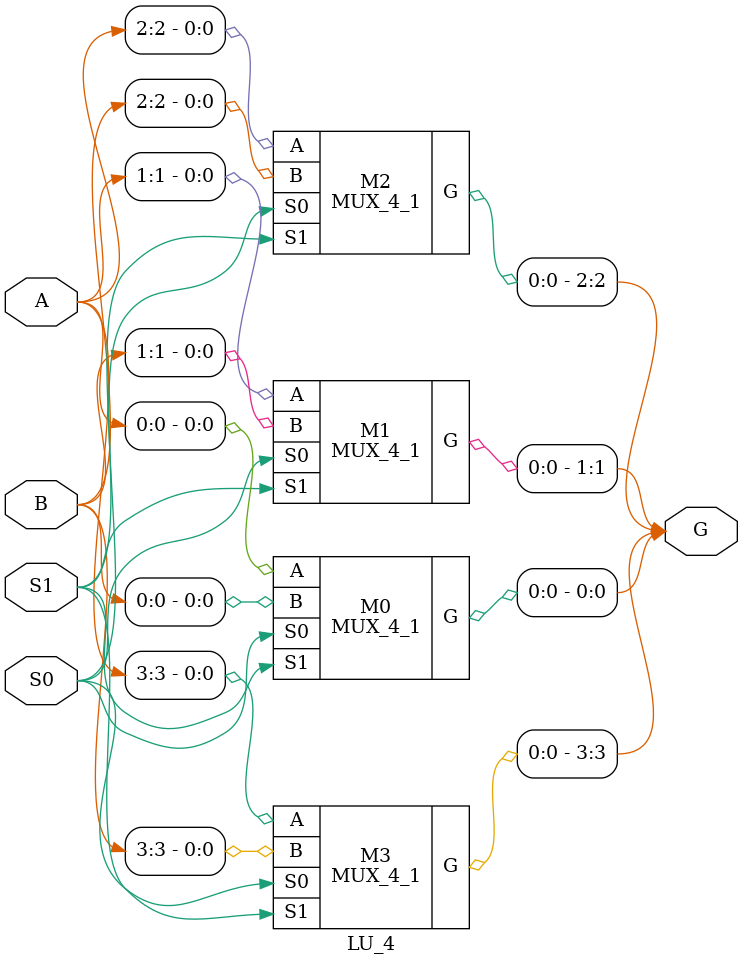
<source format=v>
module MUX_4_1(A, B, S0, S1, G);
input A, B;
input S0, S1;
output G;
reg G;

always @ *
case({S1, S0})
2'b00: G = A & B;
2'b01: G = A | B;
2'b10: G = A ^ B;
2'b11: G = ~A;
default: G=1'bx;
endcase
endmodule

module LU_4(A, B, S0, S1, G);
input [3:0] A,B;
input S0, S1;
output [3:0] G;

MUX_4_1 M0(A[0], B[0], S0, S1, G[0]);
MUX_4_1 M1(A[1], B[1], S0, S1, G[1]);
MUX_4_1 M2(A[2], B[2], S0, S1, G[2]);
MUX_4_1 M3(A[3], B[3], S0, S1, G[3]);
endmodule

</source>
